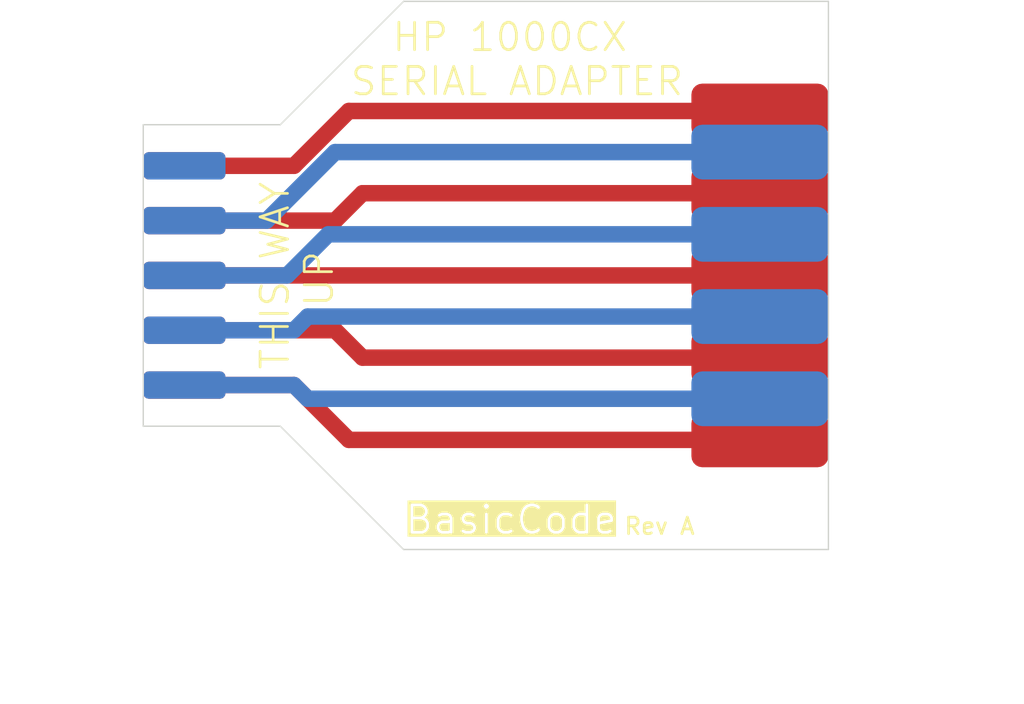
<source format=kicad_pcb>
(kicad_pcb (version 20241229) (generator "pcbnew") (generator_version "9.0")
  (layers (0 "F.Cu" signal) (2 "B.Cu" signal) (13 "F.Paste" user) (15 "B.Paste" user) (5 "F.SilkS" user "F.Silkscreen") (7 "B.SilkS" user "B.Silkscreen") (1 "F.Mask" user) (3 "B.Mask" user) (25 "Edge.Cuts" user))
  (net 0 "")
  (net 1 "Net-(J1-Pin_3)")
  (net 2 "Net-(J1-Pin_4)")
  (net 3 "Net-(J1-Pin_5)")
  (net 4 "Net-(J1-Pin_8)")
  (net 5 "Net-(J1-Pin_6)")
  (net 6 "Net-(J1-Pin_7)")
  (net 7 "Net-(J1-Pin_9)")
  (net 8 "GND")
  (net 9 "Net-(J1-Pin_2)")
  (net 10 "Net-(J1-Pin_10)")
  (footprint "Library:db9_side-mount" (layer "F.Cu") (at 79.5 51.5 -90)
    (property "Reference" "J2")
    (property "Value" "DE9_Pins")
    (pad "1" smd roundrect (at -6 0 270) (size 2 5) (layers "F.Cu" "F.Mask" "F.Paste") (roundrect_rratio 0.2) (net 9 "Net-(J1-Pin_2)"))
    (pad "2" smd roundrect (at -3 0 270) (size 2 5) (layers "F.Cu" "F.Mask" "F.Paste") (roundrect_rratio 0.2) (net 2 "Net-(J1-Pin_4)"))
    (pad "3" smd roundrect (at 0 0 270) (size 2 5) (layers "F.Cu" "F.Mask" "F.Paste") (roundrect_rratio 0.2) (net 5 "Net-(J1-Pin_6)"))
    (pad "4" smd roundrect (at 3 0 270) (size 2 5) (layers "F.Cu" "F.Mask" "F.Paste") (roundrect_rratio 0.2) (net 4 "Net-(J1-Pin_8)"))
    (pad "5" smd roundrect (at 6 0 270) (size 2 5) (layers "F.Cu" "F.Mask" "F.Paste") (roundrect_rratio 0.2) (net 10 "Net-(J1-Pin_10)"))
    (pad "6" smd roundrect (at -4.5 0 270) (size 2 5) (layers "B.Cu" "B.Mask" "B.Paste") (roundrect_rratio 0.2) (net 1 "Net-(J1-Pin_3)"))
    (pad "7" smd roundrect (at -1.5 0 270) (size 2 5) (layers "B.Cu" "B.Mask" "B.Paste") (roundrect_rratio 0.2) (net 3 "Net-(J1-Pin_5)"))
    (pad "8" smd roundrect (at 1.5 0 270) (size 2 5) (layers "B.Cu" "B.Mask" "B.Paste") (roundrect_rratio 0.2) (net 6 "Net-(J1-Pin_7)"))
    (pad "9" smd roundrect (at 4.5 0 270) (size 2 5) (layers "B.Cu" "B.Mask" "B.Paste") (roundrect_rratio 0.2) (net 7 "Net-(J1-Pin_9)"))
  )
  (footprint "Library:2.0mm_header_side-mount" (layer "B.Cu") (at 58.5 51.5 -90)
    (property "Reference" "J1")
    (property "Value" "Conn_02x05_Odd_Even")
    (pad "1" smd roundrect (at -4 0 270) (size 1 3) (layers "B.Cu" "B.Mask" "B.Paste") (roundrect_rratio 0.2) (net 8 "GND"))
    (pad "2" smd roundrect (at -4 0 270) (size 1 3) (layers "F.Cu" "F.Mask" "F.Paste") (roundrect_rratio 0.2) (net 9 "Net-(J1-Pin_2)"))
    (pad "3" smd roundrect (at -2 0 270) (size 1 3) (layers "B.Cu" "B.Mask" "B.Paste") (roundrect_rratio 0.2) (net 1 "Net-(J1-Pin_3)"))
    (pad "4" smd roundrect (at -2 0 270) (size 1 3) (layers "F.Cu" "F.Mask" "F.Paste") (roundrect_rratio 0.2) (net 2 "Net-(J1-Pin_4)"))
    (pad "5" smd roundrect (at 0 0 270) (size 1 3) (layers "B.Cu" "B.Mask" "B.Paste") (roundrect_rratio 0.2) (net 3 "Net-(J1-Pin_5)"))
    (pad "6" smd roundrect (at 0 0 270) (size 1 3) (layers "F.Cu" "F.Mask" "F.Paste") (roundrect_rratio 0.2) (net 5 "Net-(J1-Pin_6)"))
    (pad "7" smd roundrect (at 2 0 270) (size 1 3) (layers "B.Cu" "B.Mask" "B.Paste") (roundrect_rratio 0.2) (net 6 "Net-(J1-Pin_7)"))
    (pad "8" smd roundrect (at 2 0 270) (size 1 3) (layers "F.Cu" "F.Mask" "F.Paste") (roundrect_rratio 0.2) (net 4 "Net-(J1-Pin_8)"))
    (pad "9" smd roundrect (at 4 0 270) (size 1 3) (layers "B.Cu" "B.Mask" "B.Paste") (roundrect_rratio 0.2) (net 7 "Net-(J1-Pin_9)"))
    (pad "10" smd roundrect (at 4 0 270) (size 1 3) (layers "F.Cu" "F.Mask" "F.Paste") (roundrect_rratio 0.2) (net 10 "Net-(J1-Pin_10)"))
  )
  (gr_line (start 57 46) (end 62 46) (stroke (width 0.05)) (layer "Edge.Cuts"))
  (gr_line (start 82 44.5) (end 82 41.5) (stroke (width 0.05)) (layer "Edge.Cuts"))
  (gr_line (start 57 46) (end 57 57) (stroke (width 0.05)) (layer "Edge.Cuts"))
  (gr_line (start 66.5 61.5) (end 62 57) (stroke (width 0.05)) (layer "Edge.Cuts"))
  (gr_line (start 57 57) (end 62 57) (stroke (width 0.05)) (layer "Edge.Cuts"))
  (gr_line (start 82 44.5) (end 82 61.5) (stroke (width 0.05)) (layer "Edge.Cuts"))
  (gr_line (start 66.5 61.5) (end 82 61.5) (stroke (width 0.05)) (layer "Edge.Cuts"))
  (gr_line (start 62 46) (end 66.5 41.5) (stroke (width 0.05)) (layer "Edge.Cuts"))
  (gr_line (start 66.5 41.5) (end 82 41.5) (stroke (width 0.05)) (layer "Edge.Cuts"))
  (gr_text "Rev A\n" (at 74.5 61 0) (layer "F.SilkS") (effects (font (size 0.6 0.6) (thickness 0.1)) (justify left bottom)))
  (gr_text "THIS WAY\n   UP" (at 64 55 90) (layer "F.SilkS") (effects (font (size 1 1) (thickness 0.1)) (justify left bottom)))
  (gr_text "BasicCode" (at 66.5 61 0) (layer "F.SilkS" knockout) (effects (font (size 1 1) (thickness 0.1)) (justify left bottom)))
  (gr_text "  HP 1000CX\nSERIAL ADAPTER" (at 64.5 45 0) (layer "F.SilkS") (effects (font (size 1 1) (thickness 0.1)) (justify left bottom)))
  (segment (start 79.5 47) (end 64 47) (width 0.6) (layer "B.Cu") (net 1))
  (segment (start 61.5 49.5) (end 58.5 49.5) (width 0.6) (layer "B.Cu") (net 1))
  (segment (start 64 47) (end 61.5 49.5) (width 0.6) (layer "B.Cu") (net 1))
  (segment (start 58.5 49.5) (end 64 49.5) (width 0.6) (layer "F.Cu") (net 2))
  (segment (start 65 48.5) (end 79.5 48.5) (width 0.6) (layer "F.Cu") (net 2))
  (segment (start 64 49.5) (end 65 48.5) (width 0.6) (layer "F.Cu") (net 2))
  (segment (start 63.75 50) (end 62.25 51.5) (width 0.6) (layer "B.Cu") (net 3))
  (segment (start 62.25 51.5) (end 58.5 51.5) (width 0.6) (layer "B.Cu") (net 3))
  (segment (start 79.5 50) (end 63.75 50) (width 0.6) (layer "B.Cu") (net 3))
  (segment (start 65 54.5) (end 79.5 54.5) (width 0.6) (layer "F.Cu") (net 4))
  (segment (start 58.5 53.5) (end 64 53.5) (width 0.6) (layer "F.Cu") (net 4))
  (segment (start 64 53.5) (end 65 54.5) (width 0.6) (layer "F.Cu") (net 4))
  (segment (start 58.5 51.5) (end 79.5 51.5) (width 0.6) (layer "F.Cu") (net 5))
  (segment (start 79.5 53) (end 63 53) (width 0.6) (layer "B.Cu") (net 6))
  (segment (start 63 53) (end 62.5 53.5) (width 0.6) (layer "B.Cu") (net 6))
  (segment (start 62.5 53.5) (end 58.5 53.5) (width 0.6) (layer "B.Cu") (net 6))
  (segment (start 62.5 55.5) (end 58.5 55.5) (width 0.6) (layer "B.Cu") (net 7))
  (segment (start 63 56) (end 62.5 55.5) (width 0.6) (layer "B.Cu") (net 7))
  (segment (start 79.5 56) (end 63 56) (width 0.6) (layer "B.Cu") (net 7))
  (segment (start 64.5 45.5) (end 62.5 47.5) (width 0.6) (layer "F.Cu") (net 9))
  (segment (start 62.5 47.5) (end 58.5 47.5) (width 0.6) (layer "F.Cu") (net 9))
  (segment (start 79.5 45.5) (end 64.5 45.5) (width 0.6) (layer "F.Cu") (net 9))
  (segment (start 58.5 55.5) (end 62.5 55.5) (width 0.6) (layer "F.Cu") (net 10))
  (segment (start 62.5 55.5) (end 64.5 57.5) (width 0.6) (layer "F.Cu") (net 10))
  (segment (start 64.5 57.5) (end 79.5 57.5) (width 0.6) (layer "F.Cu") (net 10))
)
</source>
